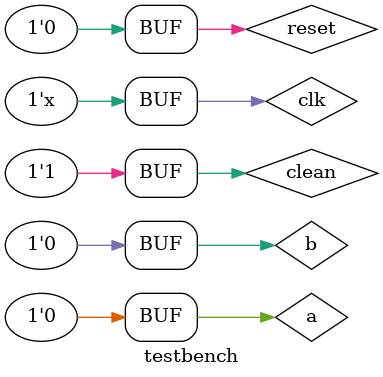
<source format=sv>
module testbench;

    // Inputs
    reg clk;
    reg reset;
    reg a;
    reg b;
    //reg cin;
    reg clean;
    // Outputs
    wire s;
    //wire cout;

    // Instantiate the Unit Under Test (UUT)
    adder uut (
        .clk(clk), 
        .reset(reset), 
        .a(a), 
        .b(b), 
        //.cin(cin), 
        .clean(clean), 
        .s(s) 
        //.cout(cout)
    );

//generate clock with 10 ns clock period.
    always
        #5 clk = ~clk;
        
    initial begin
        // Initialize Inputs
        clk = 1;
        reset = 0;
        a = 0;
        b = 0;
        //cin = 0;
        reset = 1;  
        clean = 1;
        #20;
        reset = 0;
        clean = 0;
        //add two 4 bit numbers, 1111 + 1101 = 11101
        a = 1; b = 1;  #10;
        a = 1; b = 0;  #10;
        a = 1; b = 1;  #10;
        a = 1; b = 1;  #10;
        a = 1; b = 1;  #270; 
        clean = 1;
        #10;
        clean = 0;
        //add two 5 bit numbers, 11011 + 10001 = 101101
        a = 1; b = 0;  #10;
        a = 0; b = 1;  #10;
        a = 1; b = 1;  #10;
        a = 1; b = 1;  #10;
        a = 0; b = 0;  #270;
        clean = 1;
        #10;

    end
      
endmodule

</source>
